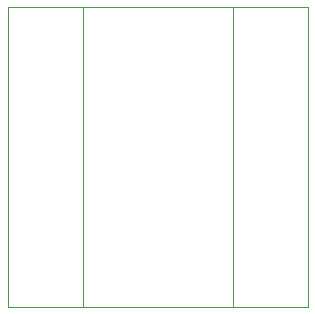
<source format=gbr>
%TF.GenerationSoftware,KiCad,Pcbnew,8.0.1*%
%TF.CreationDate,2024-05-16T08:08:10-04:00*%
%TF.ProjectId,pads,70616473-2e6b-4696-9361-645f70636258,rev?*%
%TF.SameCoordinates,Original*%
%TF.FileFunction,Profile,NP*%
%FSLAX46Y46*%
G04 Gerber Fmt 4.6, Leading zero omitted, Abs format (unit mm)*
G04 Created by KiCad (PCBNEW 8.0.1) date 2024-05-16 08:08:10*
%MOMM*%
%LPD*%
G01*
G04 APERTURE LIST*
%TA.AperFunction,Profile*%
%ADD10C,0.050000*%
%TD*%
G04 APERTURE END LIST*
D10*
X177800000Y-101600000D02*
X171450000Y-101600000D01*
X177800000Y-76200000D02*
X177800000Y-101600000D01*
X171450000Y-76200000D02*
X177800000Y-76200000D01*
X171450000Y-101600000D02*
X158750000Y-101600000D01*
X171450000Y-76200000D02*
X171450000Y-101600000D01*
X158750000Y-76200000D02*
X171450000Y-76200000D01*
X152400000Y-76200000D02*
X158750000Y-76200000D01*
X158750000Y-101600000D01*
X152400000Y-101600000D01*
X152400000Y-76200000D01*
M02*

</source>
